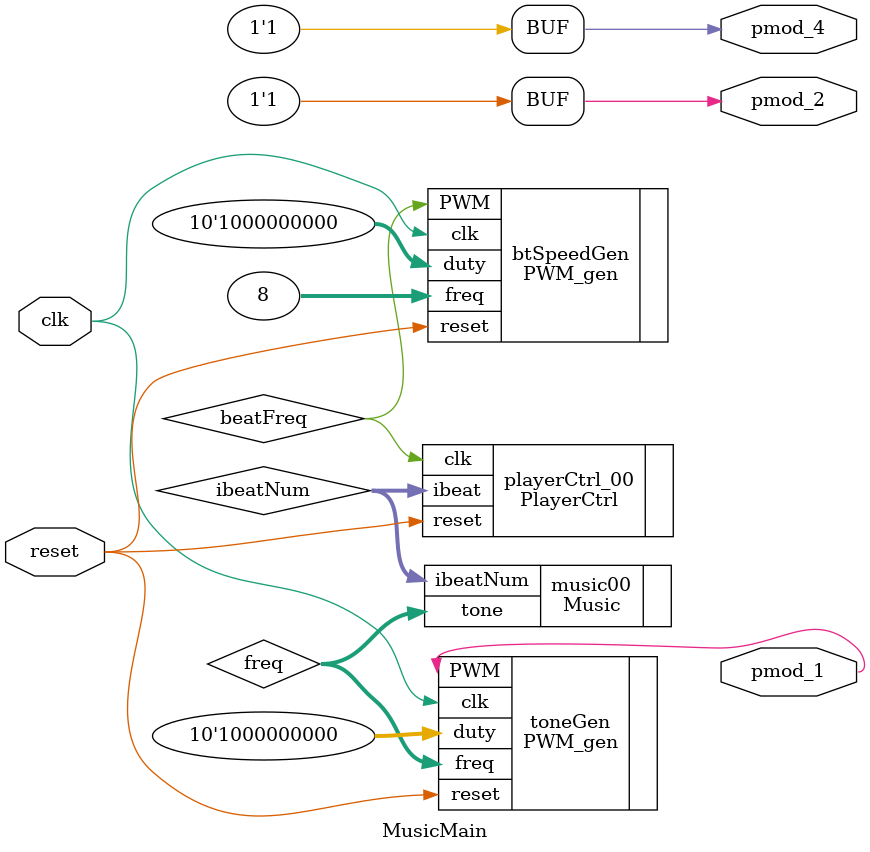
<source format=v>
module MusicMain (
           input clk,
           input reset,
           output pmod_1,
           output pmod_2,
           output pmod_4
       );
parameter BEAT_FREQ = 32'd8;	//one beat=0.125sec


parameter DUTY_BEST = 10'd512;	//duty cycle=50%

wire [31:0] freq;
wire [7:0] ibeatNum;
wire beatFreq;

assign pmod_2 = 1'd1;	//no gain(6dB)
assign pmod_4 = 1'd1;	//turn-on

//Generate beat speed
PWM_gen btSpeedGen ( .clk(clk),
                     .reset(reset),
                     .freq(BEAT_FREQ),
                     .duty(DUTY_BEST),
                     .PWM(beatFreq)
                   );

//manipulate beat
PlayerCtrl playerCtrl_00 ( .clk(beatFreq),
                           .reset(reset),
                           .ibeat(ibeatNum)
                         );

//Generate variant freq. of tones
Music music00 ( .ibeatNum(ibeatNum),
                .tone(freq)
              );

// Generate particular freq. signal
PWM_gen toneGen ( .clk(clk),
                  .reset(reset),
                  .freq(freq),
                  .duty(DUTY_BEST),
                  .PWM(pmod_1)
                );
endmodule
</source>
